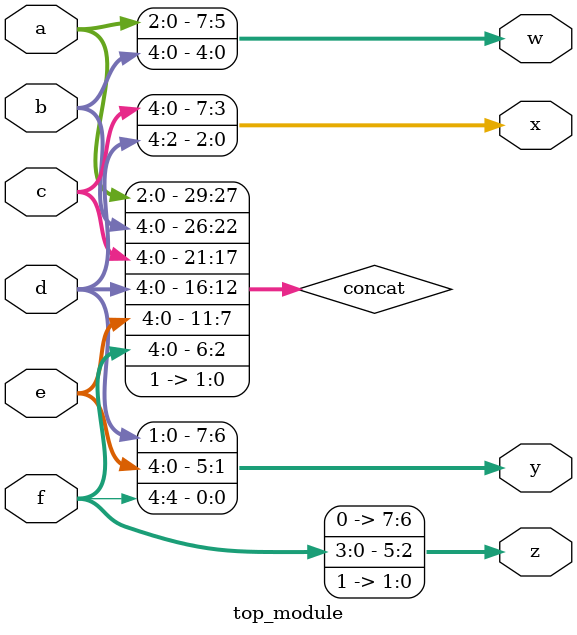
<source format=sv>
module top_module (
    input [4:0] a,
    input [4:0] b,
    input [4:0] c,
    input [4:0] d,
    input [4:0] e,
    input [4:0] f,
    output [7:0] w,
    output [7:0] x,
    output [7:0] y,
    output [7:0] z
);

    wire [29:0] concat;

    assign concat = {a, b, c, d, e, f, 2'b11};

    assign w = concat[29:22];
    assign x = concat[21:14];
    assign y = concat[13:6];
    assign z = concat[5:0];

endmodule

</source>
